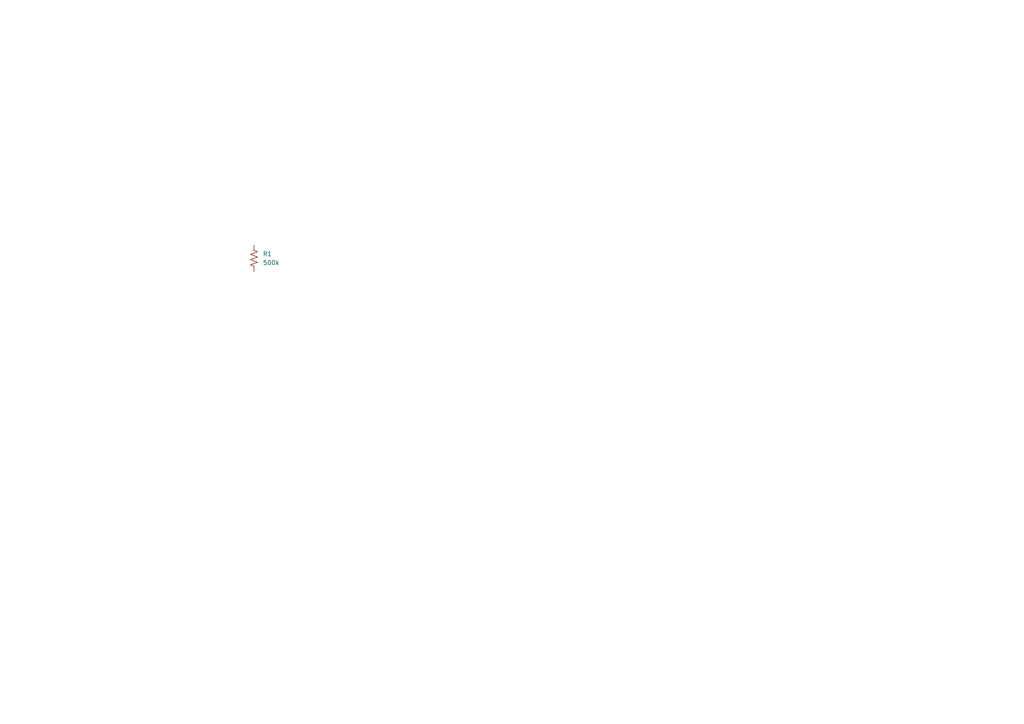
<source format=kicad_sch>
(kicad_sch (version 20210621) (generator eeschema)

  (uuid 0a288496-95de-44f1-a739-6280f11fa17b)

  (paper "A4")

  (lib_symbols
    (symbol "Device:R_US" (pin_numbers hide) (pin_names (offset 0)) (in_bom yes) (on_board yes)
      (property "Reference" "R" (id 0) (at 2.54 0 90)
        (effects (font (size 1.27 1.27)))
      )
      (property "Value" "R_US" (id 1) (at -2.54 0 90)
        (effects (font (size 1.27 1.27)))
      )
      (property "Footprint" "" (id 2) (at 1.016 -0.254 90)
        (effects (font (size 1.27 1.27)) hide)
      )
      (property "Datasheet" "~" (id 3) (at 0 0 0)
        (effects (font (size 1.27 1.27)) hide)
      )
      (property "ki_keywords" "R res resistor" (id 4) (at 0 0 0)
        (effects (font (size 1.27 1.27)) hide)
      )
      (property "ki_description" "Resistor, US symbol" (id 5) (at 0 0 0)
        (effects (font (size 1.27 1.27)) hide)
      )
      (property "ki_fp_filters" "R_*" (id 6) (at 0 0 0)
        (effects (font (size 1.27 1.27)) hide)
      )
      (symbol "R_US_0_1"
        (polyline
          (pts
            (xy 0 -2.286)
            (xy 0 -2.54)
          )
          (stroke (width 0)) (fill (type none))
        )
        (polyline
          (pts
            (xy 0 2.286)
            (xy 0 2.54)
          )
          (stroke (width 0)) (fill (type none))
        )
        (polyline
          (pts
            (xy 0 -0.762)
            (xy 1.016 -1.143)
            (xy 0 -1.524)
            (xy -1.016 -1.905)
            (xy 0 -2.286)
          )
          (stroke (width 0)) (fill (type none))
        )
        (polyline
          (pts
            (xy 0 0.762)
            (xy 1.016 0.381)
            (xy 0 0)
            (xy -1.016 -0.381)
            (xy 0 -0.762)
          )
          (stroke (width 0)) (fill (type none))
        )
        (polyline
          (pts
            (xy 0 2.286)
            (xy 1.016 1.905)
            (xy 0 1.524)
            (xy -1.016 1.143)
            (xy 0 0.762)
          )
          (stroke (width 0)) (fill (type none))
        )
      )
      (symbol "R_US_1_1"
        (pin passive line (at 0 3.81 270) (length 1.27)
          (name "~" (effects (font (size 1.27 1.27))))
          (number "1" (effects (font (size 1.27 1.27))))
        )
        (pin passive line (at 0 -3.81 90) (length 1.27)
          (name "~" (effects (font (size 1.27 1.27))))
          (number "2" (effects (font (size 1.27 1.27))))
        )
      )
    )
  )


  (symbol (lib_id "Device:R_US") (at 73.66 74.93 0) (unit 1)
    (in_bom yes) (on_board yes) (fields_autoplaced)
    (uuid b07e40e9-568f-490d-8583-494aa95a713b)
    (property "Reference" "R1" (id 0) (at 76.2 73.6599 0)
      (effects (font (size 1.27 1.27)) (justify left))
    )
    (property "Value" "500k" (id 1) (at 76.2 76.1999 0)
      (effects (font (size 1.27 1.27)) (justify left))
    )
    (property "Footprint" "Resistor_SMD:R_0201_0603Metric" (id 2) (at 74.676 75.184 90)
      (effects (font (size 1.27 1.27)) hide)
    )
    (property "Datasheet" "~" (id 3) (at 73.66 74.93 0)
      (effects (font (size 1.27 1.27)) hide)
    )
    (pin "1" (uuid 591df2ed-73cd-44c1-b4b8-a552f1878ba0))
    (pin "2" (uuid 59156c1b-0f76-4775-b5bf-ef9297492771))
  )
)

</source>
